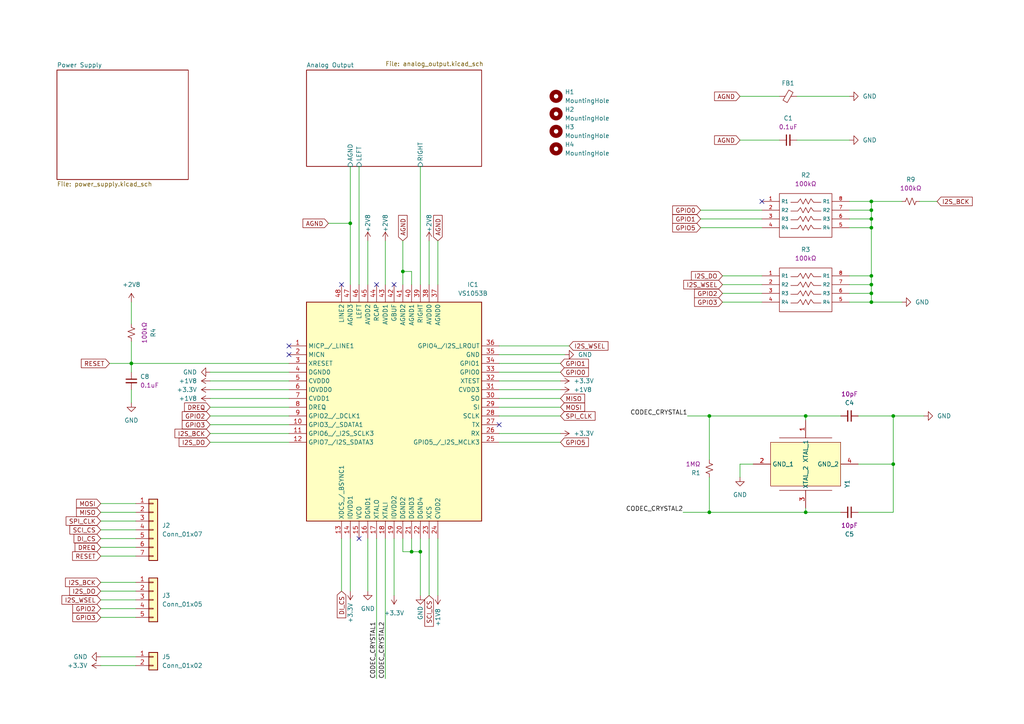
<source format=kicad_sch>
(kicad_sch (version 20230121) (generator eeschema)
  (paper "A4")
  (lib_symbols
    (symbol "Connector_Generic:Conn_01x02" (pin_names (offset 1.016) hide)
      (property "Reference" "J" (at 0 2.54 0))
      (property "Value" "Conn_01x02" (at 0 -5.08 0))
      (symbol "Conn_01x02_1_1"
        (rectangle (start -1.27 -2.413) (end 0 -2.667) (stroke (width 0.1524)))
        (rectangle (start -1.27 0.127) (end 0 -0.127) (stroke (width 0.1524)))
        (rectangle (start -1.27 1.27) (end 1.27 -3.81) (stroke (width 0.254)) (fill (type background)))
        (pin passive line (at -5.08 0 0) (length 3.81) (name "Pin_1") (number "1"))
        (pin passive line (at -5.08 -2.54 0) (length 3.81) (name "Pin_2") (number "2"))
      )
    )
    (symbol "Connector_Generic:Conn_01x05" (pin_names (offset 1.016) hide)
      (property "Reference" "J" (at 0 7.62 0))
      (property "Value" "Conn_01x05" (at 0 -7.62 0))
      (symbol "Conn_01x05_1_1"
        (rectangle (start -1.27 -4.953) (end 0 -5.207) (stroke (width 0.1524)))
        (rectangle (start -1.27 -2.413) (end 0 -2.667) (stroke (width 0.1524)))
        (rectangle (start -1.27 0.127) (end 0 -0.127) (stroke (width 0.1524)))
        (rectangle (start -1.27 2.667) (end 0 2.413) (stroke (width 0.1524)))
        (rectangle (start -1.27 5.207) (end 0 4.953) (stroke (width 0.1524)))
        (rectangle (start -1.27 6.35) (end 1.27 -6.35) (stroke (width 0.254)) (fill (type background)))
        (pin passive line (at -5.08 5.08 0) (length 3.81) (name "Pin_1") (number "1"))
        (pin passive line (at -5.08 2.54 0) (length 3.81) (name "Pin_2") (number "2"))
        (pin passive line (at -5.08 0 0) (length 3.81) (name "Pin_3") (number "3"))
        (pin passive line (at -5.08 -2.54 0) (length 3.81) (name "Pin_4") (number "4"))
        (pin passive line (at -5.08 -5.08 0) (length 3.81) (name "Pin_5") (number "5"))
      )
    )
    (symbol "Connector_Generic:Conn_01x07" (pin_names (offset 1.016) hide)
      (property "Reference" "J" (at 0 10.16 0))
      (property "Value" "Conn_01x07" (at 0 -10.16 0))
      (symbol "Conn_01x07_1_1"
        (rectangle (start -1.27 -7.493) (end 0 -7.747) (stroke (width 0.1524)))
        (rectangle (start -1.27 -4.953) (end 0 -5.207) (stroke (width 0.1524)))
        (rectangle (start -1.27 -2.413) (end 0 -2.667) (stroke (width 0.1524)))
        (rectangle (start -1.27 0.127) (end 0 -0.127) (stroke (width 0.1524)))
        (rectangle (start -1.27 2.667) (end 0 2.413) (stroke (width 0.1524)))
        (rectangle (start -1.27 5.207) (end 0 4.953) (stroke (width 0.1524)))
        (rectangle (start -1.27 7.747) (end 0 7.493) (stroke (width 0.1524)))
        (rectangle (start -1.27 8.89) (end 1.27 -8.89) (stroke (width 0.254)) (fill (type background)))
        (pin passive line (at -5.08 7.62 0) (length 3.81) (name "Pin_1") (number "1"))
        (pin passive line (at -5.08 5.08 0) (length 3.81) (name "Pin_2") (number "2"))
        (pin passive line (at -5.08 2.54 0) (length 3.81) (name "Pin_3") (number "3"))
        (pin passive line (at -5.08 0 0) (length 3.81) (name "Pin_4") (number "4"))
        (pin passive line (at -5.08 -2.54 0) (length 3.81) (name "Pin_5") (number "5"))
        (pin passive line (at -5.08 -5.08 0) (length 3.81) (name "Pin_6") (number "6"))
        (pin passive line (at -5.08 -7.62 0) (length 3.81) (name "Pin_7") (number "7"))
      )
    )
    (symbol "Device:FerriteBead_Small" (pin_numbers hide) (pin_names (offset 0))
      (property "Reference" "FB" (at 1.905 1.27 0))
      (property "Value" "FerriteBead_Small" (at 1.905 -1.27 0))
      (symbol "FerriteBead_Small_0_1"
        (polyline (pts (xy 0 -1.27) (xy 0 -0.7874)))
        (polyline (pts (xy 0 0.889) (xy 0 1.2954)))
        (polyline (pts (xy -1.8288 0.2794) (xy -1.1176 1.4986) (xy 1.8288 -0.2032) (xy 1.1176 -1.4224) (xy -1.8288 0.2794)))
      )
      (symbol "FerriteBead_Small_1_1"
        (pin passive line (at 0 2.54 270) (length 1.27) (name "~") (number "1"))
        (pin passive line (at 0 -2.54 90) (length 1.27) (name "~") (number "2"))
      )
    )
    (symbol "Mechanical:MountingHole" (pin_names (offset 1.016))
      (property "Reference" "H" (at 0 5.08 0))
      (property "Value" "MountingHole" (at 0 3.175 0))
      (symbol "MountingHole_0_1"
        (circle (center 0 0) (radius 1.27) (stroke (width 1.27)))
      )
    )
    (symbol "downloaded_parts:ABM8G-12.288MHZ-4Y-T3"
      (property "Reference" "Y" (at 17.78 17.78 0))
      (property "Value" "ABM8G-12.288MHZ-4Y-T3" (at 17.78 15.24 0))
      (symbol "ABM8G-12.288MHZ-4Y-T3_0_1"
        (polyline (pts (xy 5.08 7.62) (xy 5.08 -7.62)))
        (polyline (pts (xy 20.32 7.62) (xy 20.32 -7.62)))
      )
      (symbol "ABM8G-12.288MHZ-4Y-T3_1_1"
        (rectangle (start 6.35 10.16) (end 19.05 -10.16) (fill (type background)))
        (pin passive line (at 0 0 0) (length 5.08) (name "XTAL_1") (number "1"))
        (pin passive line (at 12.7 -15.24 90) (length 5.08) (name "GND_1") (number "2"))
        (pin passive line (at 25.4 0 180) (length 5.08) (name "XTAL_2") (number "3"))
        (pin passive line (at 12.7 15.24 270) (length 5.08) (name "GND_2") (number "4"))
      )
    )
    (symbol "downloaded_parts:CL21B104KBCNNNC" (pin_numbers hide) (pin_names (offset 0.254) hide)
      (property "Reference" "C" (at 2.794 1.778 0))
      (property "Capacitance" "0.1uF" (at 5.08 0 0))
      (symbol "CL21B104KBCNNNC_0_1"
        (polyline (pts (xy -1.524 -0.508) (xy 1.524 -0.508)) (stroke (width 0.3302)))
        (polyline (pts (xy -1.524 0.508) (xy 1.524 0.508)) (stroke (width 0.3048)))
      )
      (symbol "CL21B104KBCNNNC_1_1"
        (pin passive line (at 0 2.54 270) (length 2.032) (name "~") (number "1"))
        (pin passive line (at 0 -2.54 90) (length 2.032) (name "~") (number "2"))
      )
    )
    (symbol "downloaded_parts:CL21C100CBANNNC" (pin_numbers hide) (pin_names (offset 0.254) hide)
      (property "Reference" "C" (at 2.794 1.778 0))
      (property "Capacitance" "10pF" (at 5.08 0 0))
      (symbol "CL21C100CBANNNC_0_1"
        (polyline (pts (xy -1.524 -0.508) (xy 1.524 -0.508)) (stroke (width 0.3302)))
        (polyline (pts (xy -1.524 0.508) (xy 1.524 0.508)) (stroke (width 0.3048)))
      )
      (symbol "CL21C100CBANNNC_1_1"
        (pin passive line (at 0 2.54 270) (length 2.032) (name "~") (number "1"))
        (pin passive line (at 0 -2.54 90) (length 2.032) (name "~") (number "2"))
      )
    )
    (symbol "downloaded_parts:ERA-6AEB104V" (pin_numbers hide) (pin_names (offset 0.254) hide)
      (property "Reference" "R" (at 1.27 0.508 0))
      (property "Resistance" "100kΩ" (at 5.588 0.508 0))
      (symbol "ERA-6AEB104V_1_1"
        (polyline (pts (xy 0 0) (xy 1.016 -0.381) (xy 0 -0.762) (xy -1.016 -1.143) (xy 0 -1.524)))
        (polyline (pts (xy 0 1.524) (xy 1.016 1.143) (xy 0 0.762) (xy -1.016 0.381) (xy 0 0)))
        (pin passive line (at 0 2.54 270) (length 1.016) (name "~") (number "1"))
        (pin passive line (at 0 -2.54 90) (length 1.016) (name "~") (number "2"))
      )
    )
    (symbol "downloaded_parts:RC0805FR-101ML" (pin_numbers hide) (pin_names (offset 0.254) hide)
      (property "Reference" "R" (at 1.27 0.508 0))
      (property "Resistance" "1MΩ" (at 5.588 0.508 0))
      (symbol "RC0805FR-101ML_1_1"
        (polyline (pts (xy 0 0) (xy 1.016 -0.381) (xy 0 -0.762) (xy -1.016 -1.143) (xy 0 -1.524)))
        (polyline (pts (xy 0 1.524) (xy 1.016 1.143) (xy 0 0.762) (xy -1.016 0.381) (xy 0 0)))
        (pin passive line (at 0 2.54 270) (length 1.016) (name "~") (number "1"))
        (pin passive line (at 0 -2.54 90) (length 1.016) (name "~") (number "2"))
      )
    )
    (symbol "downloaded_parts:VS1053B"
      (property "Reference" "IC" (at 57.15 17.78 0))
      (property "Value" "VS1053B" (at 57.15 15.24 0))
      (symbol "VS1053B_1_1"
        (rectangle (start 5.08 12.7) (end 55.88 -50.8) (stroke (width 0.254)) (fill (type background)))
        (pin passive line (at 0 0 0) (length 5.08) (name "MICP_/_LINE1") (number "1"))
        (pin passive line (at 0 -22.86 0) (length 5.08) (name "GPIO3_/_SDATA1") (number "10"))
        (pin passive line (at 0 -25.4 0) (length 5.08) (name "GPIO6_/_I2S_SCLK3") (number "11"))
        (pin passive line (at 0 -27.94 0) (length 5.08) (name "GPIO7_/I2S_SDATA3") (number "12"))
        (pin passive line (at 15.24 -55.88 90) (length 5.08) (name "XDCS_/_BSYNC1") (number "13"))
        (pin passive line (at 17.78 -55.88 90) (length 5.08) (name "IOVDD1") (number "14"))
        (pin passive line (at 20.32 -55.88 90) (length 5.08) (name "VCO") (number "15"))
        (pin passive line (at 22.86 -55.88 90) (length 5.08) (name "DGND1") (number "16"))
        (pin passive line (at 25.4 -55.88 90) (length 5.08) (name "XTALO") (number "17"))
        (pin passive line (at 27.94 -55.88 90) (length 5.08) (name "XTALI") (number "18"))
        (pin passive line (at 30.48 -55.88 90) (length 5.08) (name "IOVDD2") (number "19"))
        (pin passive line (at 0 -2.54 0) (length 5.08) (name "MICN") (number "2"))
        (pin passive line (at 33.02 -55.88 90) (length 5.08) (name "DGND2") (number "20"))
        (pin passive line (at 35.56 -55.88 90) (length 5.08) (name "DGND3") (number "21"))
        (pin passive line (at 38.1 -55.88 90) (length 5.08) (name "DGND4") (number "22"))
        (pin passive line (at 40.64 -55.88 90) (length 5.08) (name "XCS") (number "23"))
        (pin passive line (at 43.18 -55.88 90) (length 5.08) (name "CVDD2") (number "24"))
        (pin passive line (at 60.96 -27.94 180) (length 5.08) (name "GPIO5_/_I2S_MCLK3") (number "25"))
        (pin passive line (at 60.96 -25.4 180) (length 5.08) (name "RX") (number "26"))
        (pin passive line (at 60.96 -22.86 180) (length 5.08) (name "TX") (number "27"))
        (pin passive line (at 60.96 -20.32 180) (length 5.08) (name "SCLK") (number "28"))
        (pin passive line (at 60.96 -17.78 180) (length 5.08) (name "SI") (number "29"))
        (pin passive line (at 0 -5.08 0) (length 5.08) (name "XRESET") (number "3"))
        (pin passive line (at 60.96 -15.24 180) (length 5.08) (name "SO") (number "30"))
        (pin passive line (at 60.96 -12.7 180) (length 5.08) (name "CVDD3") (number "31"))
        (pin passive line (at 60.96 -10.16 180) (length 5.08) (name "XTEST") (number "32"))
        (pin passive line (at 60.96 -7.62 180) (length 5.08) (name "GPIO0") (number "33"))
        (pin passive line (at 60.96 -5.08 180) (length 5.08) (name "GPIO1") (number "34"))
        (pin passive line (at 60.96 -2.54 180) (length 5.08) (name "GND") (number "35"))
        (pin passive line (at 60.96 0 180) (length 5.08) (name "GPIO4_/I2S_LROUT") (number "36"))
        (pin passive line (at 43.18 17.78 270) (length 5.08) (name "AGND0") (number "37"))
        (pin passive line (at 40.64 17.78 270) (length 5.08) (name "AVDD0") (number "38"))
        (pin passive line (at 38.1 17.78 270) (length 5.08) (name "RIGHT") (number "39"))
        (pin passive line (at 0 -7.62 0) (length 5.08) (name "DGND0") (number "4"))
        (pin passive line (at 35.56 17.78 270) (length 5.08) (name "AGND1") (number "40"))
        (pin passive line (at 33.02 17.78 270) (length 5.08) (name "AGND2") (number "41"))
        (pin passive line (at 30.48 17.78 270) (length 5.08) (name "GBUF") (number "42"))
        (pin passive line (at 27.94 17.78 270) (length 5.08) (name "AVDD1") (number "43"))
        (pin passive line (at 25.4 17.78 270) (length 5.08) (name "RCAP") (number "44"))
        (pin passive line (at 22.86 17.78 270) (length 5.08) (name "AVDD2") (number "45"))
        (pin passive line (at 20.32 17.78 270) (length 5.08) (name "LEFT") (number "46"))
        (pin passive line (at 17.78 17.78 270) (length 5.08) (name "AGND3") (number "47"))
        (pin passive line (at 15.24 17.78 270) (length 5.08) (name "LINE2") (number "48"))
        (pin passive line (at 0 -10.16 0) (length 5.08) (name "CVDD0") (number "5"))
        (pin passive line (at 0 -12.7 0) (length 5.08) (name "IOVDD0") (number "6"))
        (pin passive line (at 0 -15.24 0) (length 5.08) (name "CVDD1") (number "7"))
        (pin passive line (at 0 -17.78 0) (length 5.08) (name "DREQ") (number "8"))
        (pin passive line (at 0 -20.32 0) (length 5.08) (name "GPIO2_/_DCLK1") (number "9"))
      )
    )
    (symbol "downloaded_parts:YC124-JR-07100KL"
      (property "Reference" "R" (at -6.35 7.366 0))
      (property "Resistance" "100kΩ" (at 0 -8.382 0))
      (symbol "YC124-JR-07100KL_0_1"
        (rectangle (start -7.62 6.096) (end 7.62 -6.604))
        (polyline (pts (xy -4.318 -4.064) (xy -2.286 -4.064) (xy -1.524 -3.048) (xy -0.762 -4.572) (xy 0 -3.048) (xy 0.762 -4.572) (xy 1.524 -3.048) (xy 2.286 -4.064) (xy 4.445 -4.064)))
        (polyline (pts (xy -4.318 -1.524) (xy -2.286 -1.524) (xy -1.524 -0.508) (xy -0.762 -2.032) (xy 0 -0.508) (xy 0.762 -2.032) (xy 1.524 -0.508) (xy 2.286 -1.524) (xy 4.445 -1.524)))
        (polyline (pts (xy -4.318 1.016) (xy -2.286 1.016) (xy -1.524 2.032) (xy -0.762 0.508) (xy 0 2.032) (xy 0.762 0.508) (xy 1.524 2.032) (xy 2.286 1.016) (xy 4.445 1.016)))
        (polyline (pts (xy -4.318 3.556) (xy -2.286 3.556) (xy -1.524 4.572) (xy -0.762 3.048) (xy 0 4.572) (xy 0.762 3.048) (xy 1.524 4.572) (xy 2.286 3.556) (xy 4.445 3.556)))
      )
      (symbol "YC124-JR-07100KL_1_0"
        (pin bidirectional line (at -12.7 3.81 0) (length 5.08) (name "R1") (number "1"))
        (pin bidirectional line (at -12.7 1.27 0) (length 5.08) (name "R2") (number "2"))
        (pin bidirectional line (at -12.7 -1.27 0) (length 5.08) (name "R3") (number "3"))
        (pin bidirectional line (at -12.7 -3.81 0) (length 5.08) (name "R4") (number "4"))
        (pin bidirectional line (at 12.7 -3.81 180) (length 5.08) (name "R4") (number "5"))
        (pin bidirectional line (at 12.7 -1.27 180) (length 5.08) (name "R3") (number "6"))
        (pin bidirectional line (at 12.7 1.27 180) (length 5.08) (name "R2") (number "7"))
        (pin bidirectional line (at 12.7 3.81 180) (length 5.08) (name "R1") (number "8"))
      )
    )
    (symbol "power:+1V8" (power) (pin_names (offset 0))
      (property "Value" "+1V8" (at 0 3.556 0))
      (symbol "+1V8_0_1"
        (polyline (pts (xy -0.762 1.27) (xy 0 2.54)))
        (polyline (pts (xy 0 0) (xy 0 2.54)))
        (polyline (pts (xy 0 2.54) (xy 0.762 1.27)))
      )
      (symbol "+1V8_1_1"
        (pin power_in line (at 0 0 90) (length 0) hide (name "+1V8") (number "1"))
      )
    )
    (symbol "power:+2V8" (power) (pin_names (offset 0))
      (property "Value" "+2V8" (at 0 3.556 0))
      (symbol "+2V8_0_1"
        (polyline (pts (xy -0.762 1.27) (xy 0 2.54)))
        (polyline (pts (xy 0 0) (xy 0 2.54)))
        (polyline (pts (xy 0 2.54) (xy 0.762 1.27)))
      )
      (symbol "+2V8_1_1"
        (pin power_in line (at 0 0 90) (length 0) hide (name "+2V8") (number "1"))
      )
    )
    (symbol "power:+3.3V" (power) (pin_names (offset 0))
      (property "Value" "+3.3V" (at 0 3.556 0))
      (symbol "+3.3V_0_1"
        (polyline (pts (xy -0.762 1.27) (xy 0 2.54)))
        (polyline (pts (xy 0 0) (xy 0 2.54)))
        (polyline (pts (xy 0 2.54) (xy 0.762 1.27)))
      )
      (symbol "+3.3V_1_1"
        (pin power_in line (at 0 0 90) (length 0) hide (name "+3.3V") (number "1"))
      )
    )
    (symbol "power:GND" (power) (pin_names (offset 0))
      (property "Value" "GND" (at 0 -3.81 0))
      (symbol "GND_0_1"
        (polyline (pts (xy 0 0) (xy 0 -1.27) (xy 1.27 -1.27) (xy 0 -2.54) (xy -1.27 -1.27) (xy 0 -1.27)))
      )
      (symbol "GND_1_1"
        (pin power_in line (at 0 0 270) (length 0) hide (name "GND") (number "1"))
      )
    )
  )
  (junction (at 252.73 82.55))
  (junction (at 205.74 148.59))
  (junction (at 252.73 60.96))
  (junction (at 121.92 160.02))
  (junction (at 101.6 64.77))
  (junction (at 259.08 120.65))
  (junction (at 259.08 134.62))
  (junction (at 233.68 120.65))
  (junction (at 233.68 148.59))
  (junction (at 116.84 78.74))
  (junction (at 252.73 80.01))
  (junction (at 205.74 120.65))
  (junction (at 252.73 87.63))
  (junction (at 252.73 85.09))
  (junction (at 38.1 105.41))
  (junction (at 252.73 66.04))
  (junction (at 252.73 63.5))
  (junction (at 119.38 160.02))
  (junction (at 252.73 58.42))
  (no_connect (at 104.14 156.21))
  (no_connect (at 114.3 82.55))
  (no_connect (at 220.98 58.42))
  (no_connect (at 83.82 100.33))
  (no_connect (at 83.82 102.87))
  (no_connect (at 99.06 82.55))
  (no_connect (at 109.22 82.55))
  (no_connect (at 144.78 123.19))
  (wire (pts (xy 246.38 63.5) (xy 252.73 63.5)))
  (wire (pts (xy 60.96 118.11) (xy 83.82 118.11)))
  (wire (pts (xy 29.21 190.5) (xy 39.37 190.5)))
  (wire (pts (xy 214.63 138.43) (xy 214.63 134.62)))
  (wire (pts (xy 205.74 120.65) (xy 199.39 120.65)))
  (wire (pts (xy 144.78 115.57) (xy 162.56 115.57)))
  (wire (pts (xy 29.21 146.05) (xy 39.37 146.05)))
  (wire (pts (xy 121.92 48.26) (xy 121.92 82.55)))
  (wire (pts (xy 252.73 85.09) (xy 252.73 87.63)))
  (wire (pts (xy 99.06 156.21) (xy 99.06 171.45)))
  (wire (pts (xy 38.1 105.41) (xy 38.1 107.95)))
  (wire (pts (xy 252.73 66.04) (xy 252.73 80.01)))
  (wire (pts (xy 38.1 87.63) (xy 38.1 93.98)))
  (wire (pts (xy 144.78 128.27) (xy 162.56 128.27)))
  (wire (pts (xy 114.3 156.21) (xy 114.3 172.72)))
  (wire (pts (xy 266.7 58.42) (xy 271.78 58.42)))
  (wire (pts (xy 111.76 69.85) (xy 111.76 82.55)))
  (wire (pts (xy 111.76 156.21) (xy 111.76 196.85)))
  (wire (pts (xy 116.84 78.74) (xy 116.84 82.55)))
  (wire (pts (xy 144.78 113.03) (xy 162.56 113.03)))
  (wire (pts (xy 144.78 110.49) (xy 162.56 110.49)))
  (wire (pts (xy 29.21 179.07) (xy 39.37 179.07)))
  (wire (pts (xy 119.38 82.55) (xy 119.38 78.74)))
  (wire (pts (xy 119.38 160.02) (xy 121.92 160.02)))
  (wire (pts (xy 246.38 85.09) (xy 252.73 85.09)))
  (wire (pts (xy 121.92 160.02) (xy 121.92 172.72)))
  (wire (pts (xy 144.78 125.73) (xy 162.56 125.73)))
  (wire (pts (xy 209.55 82.55) (xy 220.98 82.55)))
  (wire (pts (xy 252.73 60.96) (xy 252.73 63.5)))
  (wire (pts (xy 233.68 148.59) (xy 233.68 147.32)))
  (wire (pts (xy 106.68 156.21) (xy 106.68 171.45)))
  (wire (pts (xy 144.78 107.95) (xy 162.56 107.95)))
  (wire (pts (xy 144.78 105.41) (xy 162.56 105.41)))
  (wire (pts (xy 243.84 120.65) (xy 233.68 120.65)))
  (wire (pts (xy 209.55 87.63) (xy 220.98 87.63)))
  (wire (pts (xy 29.21 158.75) (xy 39.37 158.75)))
  (wire (pts (xy 203.2 60.96) (xy 220.98 60.96)))
  (wire (pts (xy 124.46 69.85) (xy 124.46 82.55)))
  (wire (pts (xy 29.21 168.91) (xy 39.37 168.91)))
  (wire (pts (xy 203.2 66.04) (xy 220.98 66.04)))
  (wire (pts (xy 60.96 123.19) (xy 83.82 123.19)))
  (wire (pts (xy 60.96 113.03) (xy 83.82 113.03)))
  (wire (pts (xy 60.96 128.27) (xy 83.82 128.27)))
  (wire (pts (xy 246.38 58.42) (xy 252.73 58.42)))
  (wire (pts (xy 116.84 156.21) (xy 116.84 160.02)))
  (wire (pts (xy 31.75 105.41) (xy 38.1 105.41)))
  (wire (pts (xy 127 69.85) (xy 127 82.55)))
  (wire (pts (xy 209.55 80.01) (xy 220.98 80.01)))
  (wire (pts (xy 233.68 148.59) (xy 205.74 148.59)))
  (wire (pts (xy 259.08 134.62) (xy 259.08 120.65)))
  (wire (pts (xy 121.92 156.21) (xy 121.92 160.02)))
  (wire (pts (xy 231.14 40.64) (xy 246.38 40.64)))
  (wire (pts (xy 101.6 156.21) (xy 101.6 171.45)))
  (wire (pts (xy 248.92 148.59) (xy 259.08 148.59)))
  (wire (pts (xy 259.08 120.65) (xy 248.92 120.65)))
  (wire (pts (xy 252.73 58.42) (xy 252.73 60.96)))
  (wire (pts (xy 231.14 27.94) (xy 246.38 27.94)))
  (wire (pts (xy 259.08 148.59) (xy 259.08 134.62)))
  (wire (pts (xy 29.21 176.53) (xy 39.37 176.53)))
  (wire (pts (xy 205.74 148.59) (xy 198.12 148.59)))
  (wire (pts (xy 203.2 63.5) (xy 220.98 63.5)))
  (wire (pts (xy 252.73 82.55) (xy 252.73 85.09)))
  (wire (pts (xy 246.38 60.96) (xy 252.73 60.96)))
  (wire (pts (xy 106.68 69.85) (xy 106.68 82.55)))
  (wire (pts (xy 29.21 156.21) (xy 39.37 156.21)))
  (wire (pts (xy 29.21 148.59) (xy 39.37 148.59)))
  (wire (pts (xy 261.62 87.63) (xy 252.73 87.63)))
  (wire (pts (xy 214.63 40.64) (xy 226.06 40.64)))
  (wire (pts (xy 38.1 105.41) (xy 83.82 105.41)))
  (wire (pts (xy 29.21 171.45) (xy 39.37 171.45)))
  (wire (pts (xy 60.96 107.95) (xy 83.82 107.95)))
  (wire (pts (xy 205.74 133.35) (xy 205.74 120.65)))
  (wire (pts (xy 109.22 156.21) (xy 109.22 196.85)))
  (wire (pts (xy 233.68 121.92) (xy 233.68 120.65)))
  (wire (pts (xy 101.6 64.77) (xy 101.6 82.55)))
  (wire (pts (xy 243.84 148.59) (xy 233.68 148.59)))
  (wire (pts (xy 127 156.21) (xy 127 172.72)))
  (wire (pts (xy 38.1 99.06) (xy 38.1 105.41)))
  (wire (pts (xy 119.38 156.21) (xy 119.38 160.02)))
  (wire (pts (xy 252.73 80.01) (xy 252.73 82.55)))
  (wire (pts (xy 60.96 115.57) (xy 83.82 115.57)))
  (wire (pts (xy 209.55 85.09) (xy 220.98 85.09)))
  (wire (pts (xy 29.21 193.04) (xy 39.37 193.04)))
  (wire (pts (xy 233.68 120.65) (xy 205.74 120.65)))
  (wire (pts (xy 252.73 58.42) (xy 261.62 58.42)))
  (wire (pts (xy 214.63 27.94) (xy 226.06 27.94)))
  (wire (pts (xy 246.38 87.63) (xy 252.73 87.63)))
  (wire (pts (xy 144.78 100.33) (xy 165.1 100.33)))
  (wire (pts (xy 252.73 63.5) (xy 252.73 66.04)))
  (wire (pts (xy 246.38 66.04) (xy 252.73 66.04)))
  (wire (pts (xy 29.21 153.67) (xy 39.37 153.67)))
  (wire (pts (xy 104.14 48.26) (xy 104.14 82.55)))
  (wire (pts (xy 29.21 151.13) (xy 39.37 151.13)))
  (wire (pts (xy 144.78 118.11) (xy 162.56 118.11)))
  (wire (pts (xy 248.92 134.62) (xy 259.08 134.62)))
  (wire (pts (xy 267.97 120.65) (xy 259.08 120.65)))
  (wire (pts (xy 246.38 82.55) (xy 252.73 82.55)))
  (wire (pts (xy 95.25 64.77) (xy 101.6 64.77)))
  (wire (pts (xy 29.21 173.99) (xy 39.37 173.99)))
  (wire (pts (xy 60.96 120.65) (xy 83.82 120.65)))
  (wire (pts (xy 218.44 134.62) (xy 214.63 134.62)))
  (wire (pts (xy 246.38 80.01) (xy 252.73 80.01)))
  (wire (pts (xy 38.1 113.03) (xy 38.1 116.84)))
  (wire (pts (xy 116.84 160.02) (xy 119.38 160.02)))
  (wire (pts (xy 119.38 78.74) (xy 116.84 78.74)))
  (wire (pts (xy 144.78 120.65) (xy 162.56 120.65)))
  (wire (pts (xy 205.74 148.59) (xy 205.74 138.43)))
  (wire (pts (xy 60.96 110.49) (xy 83.82 110.49)))
  (wire (pts (xy 101.6 48.26) (xy 101.6 64.77)))
  (wire (pts (xy 124.46 156.21) (xy 124.46 172.72)))
  (wire (pts (xy 144.78 102.87) (xy 163.83 102.87)))
  (wire (pts (xy 116.84 69.85) (xy 116.84 78.74)))
  (wire (pts (xy 29.21 161.29) (xy 39.37 161.29)))
  (wire (pts (xy 60.96 125.73) (xy 83.82 125.73)))
  (label "CODEC_CRYSTAL2" (at 111.76 196.85 90))
  (label "CODEC_CRYSTAL1" (at 199.39 120.65 180))
  (label "CODEC_CRYSTAL2" (at 198.12 148.59 180))
  (label "CODEC_CRYSTAL1" (at 109.22 196.85 90))
  (global_label "RESET" (shape input) (at 29.21 161.29 180) (property "Intersheetrefs" "${INTERSHEET_REFS}" (effects hide)))
  (global_label "DREQ" (shape input) (at 29.21 158.75 180) (property "Intersheetrefs" "${INTERSHEET_REFS}" (effects hide)))
  (global_label "MOSI" (shape input) (at 162.56 118.11 0) (property "Intersheetrefs" "${INTERSHEET_REFS}" (effects hide)))
  (global_label "MISO" (shape input) (at 162.56 115.57 0) (property "Intersheetrefs" "${INTERSHEET_REFS}" (effects hide)))
  (global_label "I2S_BCK" (shape input) (at 271.78 58.42 0) (property "Intersheetrefs" "${INTERSHEET_REFS}" (effects hide)))
  (global_label "AGND" (shape input) (at 95.25 64.77 180) (property "Intersheetrefs" "${INTERSHEET_REFS}" (effects hide)))
  (global_label "I2S_BCK" (shape input) (at 60.96 125.73 180) (property "Intersheetrefs" "${INTERSHEET_REFS}" (effects hide)))
  (global_label "SCI_CS" (shape input) (at 29.21 153.67 180) (property "Intersheetrefs" "${INTERSHEET_REFS}" (effects hide)))
  (global_label "GPIO1" (shape input) (at 162.56 105.41 0) (property "Intersheetrefs" "${INTERSHEET_REFS}" (effects hide)))
  (global_label "I2S_DO" (shape input) (at 209.55 80.01 180) (property "Intersheetrefs" "${INTERSHEET_REFS}" (effects hide)))
  (global_label "AGND" (shape input) (at 127 69.85 90) (property "Intersheetrefs" "${INTERSHEET_REFS}" (effects hide)))
  (global_label "SPI_CLK" (shape input) (at 162.56 120.65 0) (property "Intersheetrefs" "${INTERSHEET_REFS}" (effects hide)))
  (global_label "GPIO2" (shape input) (at 60.96 120.65 180) (property "Intersheetrefs" "${INTERSHEET_REFS}" (effects hide)))
  (global_label "AGND" (shape input) (at 214.63 27.94 180) (property "Intersheetrefs" "${INTERSHEET_REFS}" (effects hide)))
  (global_label "GPIO3" (shape input) (at 29.21 179.07 180) (property "Intersheetrefs" "${INTERSHEET_REFS}" (effects hide)))
  (global_label "I2S_WSEL" (shape input) (at 209.55 82.55 180) (property "Intersheetrefs" "${INTERSHEET_REFS}" (effects hide)))
  (global_label "SCI_CS" (shape input) (at 124.46 172.72 270) (property "Intersheetrefs" "${INTERSHEET_REFS}" (effects hide)))
  (global_label "GPIO0" (shape input) (at 162.56 107.95 0) (property "Intersheetrefs" "${INTERSHEET_REFS}" (effects hide)))
  (global_label "GPIO3" (shape input) (at 209.55 87.63 180) (property "Intersheetrefs" "${INTERSHEET_REFS}" (effects hide)))
  (global_label "I2S_WSEL" (shape input) (at 165.1 100.33 0) (property "Intersheetrefs" "${INTERSHEET_REFS}" (effects hide)))
  (global_label "I2S_DO" (shape input) (at 60.96 128.27 180) (property "Intersheetrefs" "${INTERSHEET_REFS}" (effects hide)))
  (global_label "I2S_DO" (shape input) (at 29.21 171.45 180) (property "Intersheetrefs" "${INTERSHEET_REFS}" (effects hide)))
  (global_label "AGND" (shape input) (at 116.84 69.85 90) (property "Intersheetrefs" "${INTERSHEET_REFS}" (effects hide)))
  (global_label "DI_CS" (shape input) (at 29.21 156.21 180) (property "Intersheetrefs" "${INTERSHEET_REFS}" (effects hide)))
  (global_label "GPIO5" (shape input) (at 162.56 128.27 0) (property "Intersheetrefs" "${INTERSHEET_REFS}" (effects hide)))
  (global_label "RESET" (shape input) (at 31.75 105.41 180) (property "Intersheetrefs" "${INTERSHEET_REFS}" (effects hide)))
  (global_label "DI_CS" (shape input) (at 99.06 171.45 270) (property "Intersheetrefs" "${INTERSHEET_REFS}" (effects hide)))
  (global_label "GPIO5" (shape input) (at 203.2 66.04 180) (property "Intersheetrefs" "${INTERSHEET_REFS}" (effects hide)))
  (global_label "MOSI" (shape input) (at 29.21 146.05 180) (property "Intersheetrefs" "${INTERSHEET_REFS}" (effects hide)))
  (global_label "GPIO0" (shape input) (at 203.2 60.96 180) (property "Intersheetrefs" "${INTERSHEET_REFS}" (effects hide)))
  (global_label "GPIO1" (shape input) (at 203.2 63.5 180) (property "Intersheetrefs" "${INTERSHEET_REFS}" (effects hide)))
  (global_label "GPIO3" (shape input) (at 60.96 123.19 180) (property "Intersheetrefs" "${INTERSHEET_REFS}" (effects hide)))
  (global_label "DREQ" (shape input) (at 60.96 118.11 180) (property "Intersheetrefs" "${INTERSHEET_REFS}" (effects hide)))
  (global_label "GPIO2" (shape input) (at 209.55 85.09 180) (property "Intersheetrefs" "${INTERSHEET_REFS}" (effects hide)))
  (global_label "I2S_BCK" (shape input) (at 29.21 168.91 180) (property "Intersheetrefs" "${INTERSHEET_REFS}" (effects hide)))
  (global_label "I2S_WSEL" (shape input) (at 29.21 173.99 180) (property "Intersheetrefs" "${INTERSHEET_REFS}" (effects hide)))
  (global_label "AGND" (shape input) (at 214.63 40.64 180) (property "Intersheetrefs" "${INTERSHEET_REFS}" (effects hide)))
  (global_label "MISO" (shape input) (at 29.21 148.59 180) (property "Intersheetrefs" "${INTERSHEET_REFS}" (effects hide)))
  (global_label "SPI_CLK" (shape input) (at 29.21 151.13 180) (property "Intersheetrefs" "${INTERSHEET_REFS}" (effects hide)))
  (global_label "GPIO2" (shape input) (at 29.21 176.53 180) (property "Intersheetrefs" "${INTERSHEET_REFS}" (effects hide)))
  (symbol (lib_id "power:GND") (at 246.38 40.64 90) (unit 1)
    (property "Reference" "#PWR05" (effects hide))
    (property "Value" "GND" (at 250.19 40.64 90) (effects (justify right)))
  )
  (symbol (lib_id "downloaded_parts:CL21B104KBCNNNC") (at 228.6 40.64 90) (unit 1)
    (property "Reference" "C1" (at 228.6063 34.29 90))
    (property "Value" "CL21B104KBCNNNC" (effects hide))
    (property "Footprint" "dowloaded_parts:0805_cap" (effects hide))
    (property "Datasheet" "https://media.digikey.com/pdf/Data%20Sheets/Samsung%20PDFs/CL21B104KBCNNN_Spec.pdf" (effects hide))
    (property "Capacitance" "0.1uF" (at 228.6063 36.83 90))
    (property "Tolerance" "10%" (effects hide))
    (property "Voltage" "50v" (effects hide))
  )
  (symbol (lib_id "power:GND") (at 60.96 107.95 270) (unit 1)
    (property "Reference" "#PWR014" (effects hide))
    (property "Value" "GND" (at 57.15 107.95 90) (effects (justify right)))
  )
  (symbol (lib_id "downloaded_parts:RC0805FR-101ML") (at 205.74 135.89 180) (unit 1)
    (property "Reference" "R1" (at 203.2 137.16 0) (effects (justify left)))
    (property "Value" "RC0805FR-101ML" (effects hide))
    (property "Footprint" "Resistor_SMD:R_0805_2012Metric_Pad1.20x1.40mm_HandSolder" (effects hide))
    (property "Datasheet" "https://www.seielect.com/Catalog/SEI-RNCP.pdf" (effects hide))
    (property "Resistance" "1MΩ" (at 203.2 134.62 0) (effects (justify left)))
  )
  (symbol (lib_id "Connector_Generic:Conn_01x02") (at 44.45 190.5 0) (unit 1)
    (property "Reference" "J5" (at 46.99 190.5 0) (effects (justify left)))
    (property "Value" "Conn_01x02" (at 46.99 193.04 0) (effects (justify left)))
    (property "Footprint" "Connector_PinHeader_2.54mm:PinHeader_1x02_P2.54mm_Vertical" (effects hide))
  )
  (symbol (lib_id "downloaded_parts:CL21B104KBCNNNC") (at 38.1 110.49 0) (unit 1)
    (property "Reference" "C8" (at 40.64 109.2263 0) (effects (justify left)))
    (property "Value" "CL21B104KBCNNNC" (effects hide))
    (property "Footprint" "dowloaded_parts:0805_cap" (effects hide))
    (property "Datasheet" "https://media.digikey.com/pdf/Data%20Sheets/Samsung%20PDFs/CL21B104KBCNNN_Spec.pdf" (effects hide))
    (property "Capacitance" "0.1uF" (at 40.64 111.7663 0) (effects (justify left)))
    (property "Tolerance" "10%" (effects hide))
    (property "Voltage" "50v" (effects hide))
  )
  (symbol (lib_id "power:GND") (at 163.83 102.87 90) (unit 1)
    (property "Reference" "#PWR029" (effects hide))
    (property "Value" "GND" (at 167.64 102.87 90) (effects (justify right)))
  )
  (symbol (lib_id "downloaded_parts:CL21C100CBANNNC") (at 246.38 120.65 270) (unit 1)
    (property "Reference" "C4" (at 246.38 116.84 90))
    (property "Value" "CL21C100CBANNNC" (effects hide))
    (property "Footprint" "dowloaded_parts:0805_cap" (effects hide))
    (property "Datasheet" "https://media.digikey.com/pdf/Data%20Sheets/Samsung%20PDFs/CL21B104KBCNNN_Spec.pdf" (effects hide))
    (property "Capacitance" "10pF" (at 246.38 114.3 90))
    (property "Tolerance" "10%" (effects hide))
    (property "Voltage" "50v" (effects hide))
  )
  (symbol (lib_id "downloaded_parts:YC124-JR-07100KL") (at 233.68 83.82 0) (unit 1)
    (property "Reference" "R3" (at 233.68 72.39 0))
    (property "Value" "YC124-JR-07100KL" (effects hide))
    (property "Footprint" "dowloaded_parts:Resistor_Array_0805_x4" (effects hide))
    (property "Datasheet" "https://www.yageo.com/upload/media/product/productsearch/datasheet/rchip/PYu-YC_TC_group_51_RoHS_L_9.pdf" (effects hide))
    (property "Resistance" "100kΩ" (at 233.68 74.93 0))
  )
  (symbol (lib_id "power:+1V8") (at 60.96 115.57 90) (unit 1)
    (property "Reference" "#PWR017" (effects hide))
    (property "Value" "+1V8" (at 57.15 115.57 90) (effects (justify left)))
  )
  (symbol (lib_id "Connector_Generic:Conn_01x07") (at 44.45 153.67 0) (unit 1)
    (property "Reference" "J2" (at 46.99 152.4 0) (effects (justify left)))
    (property "Value" "Conn_01x07" (at 46.99 154.94 0) (effects (justify left)))
    (property "Footprint" "Connector_PinHeader_2.54mm:PinHeader_1x07_P2.54mm_Vertical" (effects hide))
  )
  (symbol (lib_id "downloaded_parts:YC124-JR-07100KL") (at 233.68 62.23 0) (unit 1)
    (property "Reference" "R2" (at 233.68 50.8 0))
    (property "Value" "YC124-JR-07100KL" (effects hide))
    (property "Footprint" "dowloaded_parts:Resistor_Array_0805_x4" (effects hide))
    (property "Datasheet" "https://www.yageo.com/upload/media/product/productsearch/datasheet/rchip/PYu-YC_TC_group_51_RoHS_L_9.pdf" (effects hide))
    (property "Resistance" "100kΩ" (at 233.68 53.34 0))
  )
  (symbol (lib_id "downloaded_parts:ERA-6AEB104V") (at 38.1 96.52 0) (unit 1)
    (property "Reference" "R4" (at 44.45 96.52 90))
    (property "Value" "ERA-6AEB104V" (effects hide))
    (property "Footprint" "Resistor_SMD:R_0805_2012Metric_Pad1.20x1.40mm_HandSolder" (effects hide))
    (property "Datasheet" "https://media.digikey.com/pdf/Data%20Sheets/Vishay%20Resistors/VFCP_Series_Z-Foil_(Y1629-33).pdf" (effects hide))
    (property "Resistance" "100kΩ" (at 41.91 96.52 90))
  )
  (symbol (lib_id "power:+1V8") (at 162.56 113.03 270) (unit 1)
    (property "Reference" "#PWR027" (effects hide))
    (property "Value" "+1V8" (at 166.37 113.03 90) (effects (justify left)))
  )
  (symbol (lib_id "power:+2V8") (at 38.1 87.63 0) (unit 1)
    (property "Reference" "#PWR012" (effects hide))
    (property "Value" "+2V8" (at 38.1 82.55 0))
  )
  (symbol (lib_id "downloaded_parts:ABM8G-12.288MHZ-4Y-T3") (at 233.68 121.92 270) (unit 1)
    (property "Reference" "Y1" (at 245.745 140.335 0))
    (property "Value" "ABM8G-12.288MHZ-4Y-T3" (effects hide))
    (property "Footprint" "dowloaded_parts:ABM8G" (effects hide))
    (property "Datasheet" "https://abracon.com/Resonators/ABM8G.pdf" (effects hide))
    (property "Height" "1" (effects hide))
    (property "Manufacturer_Name" "ABRACON" (effects hide))
    (property "Manufacturer_Part_Number" "ABM8G-12.288MHZ-4Y-T3" (effects hide))
    (property "Mouser Part Number" "815-ABM8G-12.28-4YT3" (effects hide))
    (property "Mouser Price/Stock" "https://www.mouser.com/Search/Refine.aspx?Keyword=815-ABM8G-12.28-4YT3" (effects hide))
    (property "Arrow Part Number" "ABM8G-12.288MHZ-4Y-T3" (effects hide))
    (property "Arrow Price/Stock" "https://www.arrow.com/en/products/abm8g-12.288mhz-4y-t3/abracon?region=nac" (effects hide))
  )
  (symbol (lib_id "power:+3.3V") (at 162.56 125.73 270) (unit 1)
    (property "Reference" "#PWR028" (effects hide))
    (property "Value" "+3.3V" (at 166.37 125.73 90) (effects (justify left)))
  )
  (symbol (lib_id "Mechanical:MountingHole") (at 161.29 43.18 0) (unit 1)
    (property "Reference" "H4" (at 163.83 41.91 0) (effects (justify left)))
    (property "Value" "MountingHole" (at 163.83 44.45 0) (effects (justify left)))
    (property "Footprint" "MountingHole:MountingHole_3.2mm_M3_DIN965_Pad" (effects hide))
  )
  (symbol (lib_id "power:GND") (at 261.62 87.63 90) (unit 1)
    (property "Reference" "#PWR06" (effects hide))
    (property "Value" "GND" (at 265.43 87.63 90) (effects (justify right)))
  )
  (symbol (lib_id "power:+3.3V") (at 162.56 110.49 270) (unit 1)
    (property "Reference" "#PWR026" (effects hide))
    (property "Value" "+3.3V" (at 166.37 110.49 90) (effects (justify left)))
  )
  (symbol (lib_id "downloaded_parts:VS1053B") (at 83.82 100.33 0) (unit 1)
    (property "Reference" "IC1" (at 137.16 82.55 0))
    (property "Value" "VS1053B" (at 137.16 85.09 0))
    (property "Footprint" "dowloaded_parts:VS1053" (effects hide))
    (property "Datasheet" "http://www.vlsi.fi/fileadmin/datasheets/vs1053.pdf" (effects hide))
    (property "Height" "1.6" (effects hide))
    (property "Manufacturer_Name" "VLSI" (effects hide))
    (property "Manufacturer_Part_Number" "VS1053B" (effects hide))
  )
  (symbol (lib_id "power:+2V8") (at 106.68 69.85 0) (unit 1)
    (property "Reference" "#PWR019" (effects hide))
    (property "Value" "+2V8" (at 106.68 64.77 90))
  )
  (symbol (lib_id "Device:FerriteBead_Small") (at 228.6 27.94 90) (unit 1)
    (property "Reference" "FB1" (at 228.5619 24.13 90))
    (property "Value" "2508053017Y3" (effects hide))
    (property "Footprint" "Inductor_SMD:L_0805_2012Metric_Pad1.15x1.40mm_HandSolder" (effects hide))
  )
  (symbol (lib_id "power:+2V8") (at 111.76 69.85 0) (unit 1)
    (property "Reference" "#PWR021" (effects hide))
    (property "Value" "+2V8" (at 111.76 64.77 90))
  )
  (symbol (lib_id "Connector_Generic:Conn_01x05") (at 44.45 173.99 0) (unit 1)
    (property "Reference" "J3" (at 46.99 172.72 0) (effects (justify left)))
    (property "Value" "Conn_01x05" (at 46.99 175.26 0) (effects (justify left)))
    (property "Footprint" "Connector_PinHeader_2.54mm:PinHeader_1x05_P2.54mm_Vertical" (effects hide))
  )
  (symbol (lib_id "power:+3.3V") (at 101.6 171.45 180) (unit 1)
    (property "Reference" "#PWR018" (effects hide))
    (property "Value" "+3.3V" (at 101.6 177.8 90))
  )
  (symbol (lib_id "Mechanical:MountingHole") (at 161.29 33.02 0) (unit 1)
    (property "Reference" "H2" (at 163.83 31.75 0) (effects (justify left)))
    (property "Value" "MountingHole" (at 163.83 34.29 0) (effects (justify left)))
    (property "Footprint" "MountingHole:MountingHole_3.2mm_M3_DIN965_Pad" (effects hide))
  )
  (symbol (lib_id "Mechanical:MountingHole") (at 161.29 38.1 0) (unit 1)
    (property "Reference" "H3" (at 163.83 36.83 0) (effects (justify left)))
    (property "Value" "MountingHole" (at 163.83 39.37 0) (effects (justify left)))
    (property "Footprint" "MountingHole:MountingHole_3.2mm_M3_DIN965_Pad" (effects hide))
  )
  (symbol (lib_id "power:+3.3V") (at 60.96 113.03 90) (unit 1)
    (property "Reference" "#PWR016" (effects hide))
    (property "Value" "+3.3V" (at 57.15 113.03 90) (effects (justify left)))
  )
  (symbol (lib_id "power:+1V8") (at 60.96 110.49 90) (unit 1)
    (property "Reference" "#PWR015" (effects hide))
    (property "Value" "+1V8" (at 57.15 110.49 90) (effects (justify left)))
  )
  (symbol (lib_id "power:+3.3V") (at 29.21 193.04 90) (unit 1)
    (property "Reference" "#PWR031" (effects hide))
    (property "Value" "+3.3V" (at 25.4 193.04 90) (effects (justify left)))
  )
  (symbol (lib_id "power:GND") (at 106.68 171.45 0) (unit 1)
    (property "Reference" "#PWR020" (effects hide))
    (property "Value" "GND" (at 106.68 176.53 0))
  )
  (symbol (lib_id "power:GND") (at 214.63 138.43 0) (unit 1)
    (property "Reference" "#PWR02" (effects hide))
    (property "Value" "GND" (at 214.63 143.51 0))
  )
  (symbol (lib_id "power:+3.3V") (at 114.3 172.72 180) (unit 1)
    (property "Reference" "#PWR022" (effects hide))
    (property "Value" "+3.3V" (at 114.3 177.8 0))
  )
  (symbol (lib_id "power:GND") (at 38.1 116.84 0) (unit 1)
    (property "Reference" "#PWR013" (effects hide))
    (property "Value" "GND" (at 38.1 121.92 0))
  )
  (symbol (lib_id "downloaded_parts:CL21C100CBANNNC") (at 246.38 148.59 270) (unit 1)
    (property "Reference" "C5" (at 246.3737 154.94 90))
    (property "Value" "CL21C100CBANNNC" (effects hide))
    (property "Footprint" "dowloaded_parts:0805_cap" (effects hide))
    (property "Datasheet" "https://media.digikey.com/pdf/Data%20Sheets/Samsung%20PDFs/CL21B104KBCNNN_Spec.pdf" (effects hide))
    (property "Capacitance" "10pF" (at 246.3737 152.4 90))
    (property "Tolerance" "10%" (effects hide))
    (property "Voltage" "50v" (effects hide))
  )
  (symbol (lib_id "power:GND") (at 29.21 190.5 270) (unit 1)
    (property "Reference" "#PWR032" (effects hide))
    (property "Value" "GND" (at 25.4 190.5 90) (effects (justify right)))
  )
  (symbol (lib_id "power:GND") (at 267.97 120.65 90) (unit 1)
    (property "Reference" "#PWR011" (effects hide))
    (property "Value" "GND" (at 271.78 120.65 90) (effects (justify right)))
  )
  (symbol (lib_id "power:+2V8") (at 124.46 69.85 0) (unit 1)
    (property "Reference" "#PWR024" (effects hide))
    (property "Value" "+2V8" (at 124.46 64.77 90))
  )
  (symbol (lib_id "power:GND") (at 246.38 27.94 90) (unit 1)
    (property "Reference" "#PWR04" (effects hide))
    (property "Value" "GND" (at 250.19 27.94 90) (effects (justify right)))
  )
  (symbol (lib_id "power:+1V8") (at 127 172.72 180) (unit 1)
    (property "Reference" "#PWR025" (effects hide))
    (property "Value" "+1V8" (at 127 179.07 90))
  )
  (symbol (lib_id "downloaded_parts:ERA-6AEB104V") (at 264.16 58.42 90) (unit 1)
    (property "Reference" "R9" (at 264.16 52.07 90))
    (property "Value" "ERA-6AEB104V" (effects hide))
    (property "Footprint" "Resistor_SMD:R_0805_2012Metric_Pad1.20x1.40mm_HandSolder" (effects hide))
    (property "Datasheet" "https://media.digikey.com/pdf/Data%20Sheets/Vishay%20Resistors/VFCP_Series_Z-Foil_(Y1629-33).pdf" (effects hide))
    (property "Resistance" "100kΩ" (at 264.16 54.61 90))
  )
  (symbol (lib_id "power:GND") (at 121.92 172.72 0) (unit 1)
    (property "Reference" "#PWR023" (effects hide))
    (property "Value" "GND" (at 121.92 177.8 90))
  )
  (symbol (lib_id "Mechanical:MountingHole") (at 161.29 27.94 0) (unit 1)
    (property "Reference" "H1" (at 163.83 26.67 0) (effects (justify left)))
    (property "Value" "MountingHole" (at 163.83 29.21 0) (effects (justify left)))
    (property "Footprint" "MountingHole:MountingHole_3.2mm_M3_DIN965_Pad" (effects hide))
  )
  (sheet (at 88.9 20.32) (size 50.8 27.94) (stroke (width 0.1524))
    (property "Sheetname" "Analog Output" (at 88.9 19.6084 0) (effects (justify left bottom)))
    (property "Sheetfile" "analog_output.kicad_sch" (at 111.76 17.78 0) (effects (justify left top)))
    (pin "AGND" input (at 101.6 48.26 270))
    (pin "LEFT" input (at 104.14 48.26 270))
    (pin "RIGHT" input (at 121.92 48.26 270))
  )
  (sheet (at 16.51 20.32) (size 38.1 31.75) (stroke (width 0.1524))
    (property "Sheetname" "Power Supply" (at 16.51 19.6084 0) (effects (justify left bottom)))
    (property "Sheetfile" "power_supply.kicad_sch" (at 16.51 52.6546 0) (effects (justify left top)))
  )
)
</source>
